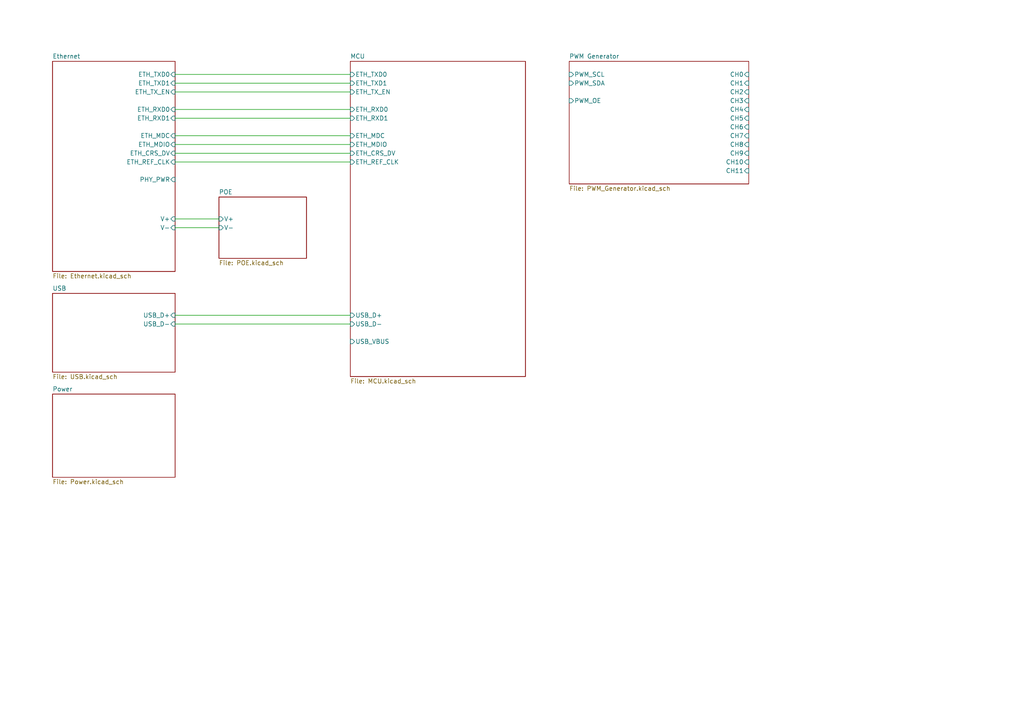
<source format=kicad_sch>
(kicad_sch
	(version 20250114)
	(generator "eeschema")
	(generator_version "9.0")
	(uuid "3b2348ba-8b31-4b25-9d4d-64f66293ce1c")
	(paper "A4")
	(lib_symbols)
	(wire
		(pts
			(xy 50.8 63.5) (xy 63.5 63.5)
		)
		(stroke
			(width 0)
			(type default)
		)
		(uuid "26c6d4fb-f66c-4172-948b-db5a6479be9e")
	)
	(wire
		(pts
			(xy 50.8 91.44) (xy 101.6 91.44)
		)
		(stroke
			(width 0)
			(type default)
		)
		(uuid "2b6f2be8-30e8-429c-b753-f500cb70aca8")
	)
	(wire
		(pts
			(xy 50.8 41.91) (xy 101.6 41.91)
		)
		(stroke
			(width 0)
			(type default)
		)
		(uuid "2e1fb91d-80e9-4c8d-80c5-131ef29a7a8a")
	)
	(wire
		(pts
			(xy 50.8 66.04) (xy 63.5 66.04)
		)
		(stroke
			(width 0)
			(type default)
		)
		(uuid "3bb0b316-90b7-42bb-9db8-0f3a3dca2d94")
	)
	(wire
		(pts
			(xy 50.8 46.99) (xy 101.6 46.99)
		)
		(stroke
			(width 0)
			(type default)
		)
		(uuid "46a7340e-c98e-490d-9ede-84dad2a462da")
	)
	(wire
		(pts
			(xy 50.8 34.29) (xy 101.6 34.29)
		)
		(stroke
			(width 0)
			(type default)
		)
		(uuid "54975b38-35f8-4933-b404-6a20b26867f6")
	)
	(wire
		(pts
			(xy 50.8 26.67) (xy 101.6 26.67)
		)
		(stroke
			(width 0)
			(type default)
		)
		(uuid "7bc3e545-48d9-4734-9521-cf1649b400f1")
	)
	(wire
		(pts
			(xy 50.8 24.13) (xy 101.6 24.13)
		)
		(stroke
			(width 0)
			(type default)
		)
		(uuid "899dc083-bc71-4519-8987-078e4ada863d")
	)
	(wire
		(pts
			(xy 50.8 44.45) (xy 101.6 44.45)
		)
		(stroke
			(width 0)
			(type default)
		)
		(uuid "bd45727a-5ada-4b84-86f4-d9b8626af96c")
	)
	(wire
		(pts
			(xy 50.8 21.59) (xy 101.6 21.59)
		)
		(stroke
			(width 0)
			(type default)
		)
		(uuid "cea45435-7220-4ff2-a44a-ab8c9cd158ef")
	)
	(wire
		(pts
			(xy 50.8 39.37) (xy 101.6 39.37)
		)
		(stroke
			(width 0)
			(type default)
		)
		(uuid "e9e1cfce-071c-4281-80f0-38883de1b656")
	)
	(wire
		(pts
			(xy 50.8 31.75) (xy 101.6 31.75)
		)
		(stroke
			(width 0)
			(type default)
		)
		(uuid "ed79fb77-5816-4df3-8f84-03630f9487da")
	)
	(wire
		(pts
			(xy 50.8 93.98) (xy 101.6 93.98)
		)
		(stroke
			(width 0)
			(type default)
		)
		(uuid "f99c071a-302e-4c9b-831a-150e97bc2228")
	)
	(sheet
		(at 15.24 17.78)
		(size 35.56 60.96)
		(exclude_from_sim no)
		(in_bom yes)
		(on_board yes)
		(dnp no)
		(fields_autoplaced yes)
		(stroke
			(width 0.1524)
			(type solid)
		)
		(fill
			(color 0 0 0 0.0000)
		)
		(uuid "2a9e6674-9de8-493b-8f66-0414afaa2b8f")
		(property "Sheetname" "Ethernet"
			(at 15.24 17.0684 0)
			(effects
				(font
					(size 1.27 1.27)
				)
				(justify left bottom)
			)
		)
		(property "Sheetfile" "Ethernet.kicad_sch"
			(at 15.24 79.3246 0)
			(effects
				(font
					(size 1.27 1.27)
				)
				(justify left top)
			)
		)
		(pin "ETH_CRS_DV" input
			(at 50.8 44.45 0)
			(uuid "e1939a9e-abf0-47cf-bc8e-0c9e5cc2c8a4")
			(effects
				(font
					(size 1.27 1.27)
				)
				(justify right)
			)
		)
		(pin "ETH_MDC" input
			(at 50.8 39.37 0)
			(uuid "dec22bad-02fc-4b7e-b69e-52d8865f6939")
			(effects
				(font
					(size 1.27 1.27)
				)
				(justify right)
			)
		)
		(pin "ETH_MDIO" input
			(at 50.8 41.91 0)
			(uuid "4eb69cd9-b19a-4297-af37-0a7943b5ed8b")
			(effects
				(font
					(size 1.27 1.27)
				)
				(justify right)
			)
		)
		(pin "ETH_REF_CLK" input
			(at 50.8 46.99 0)
			(uuid "4d22f5be-b08b-4ebf-b956-b10c0af10921")
			(effects
				(font
					(size 1.27 1.27)
				)
				(justify right)
			)
		)
		(pin "ETH_RXD0" input
			(at 50.8 31.75 0)
			(uuid "455b816f-d010-493d-aacb-5f603047b7f7")
			(effects
				(font
					(size 1.27 1.27)
				)
				(justify right)
			)
		)
		(pin "ETH_RXD1" input
			(at 50.8 34.29 0)
			(uuid "6cb38330-8103-490a-8af4-dd075fbb7a10")
			(effects
				(font
					(size 1.27 1.27)
				)
				(justify right)
			)
		)
		(pin "ETH_TXD0" input
			(at 50.8 21.59 0)
			(uuid "d3813ce0-f395-49ec-8e15-48513893fa48")
			(effects
				(font
					(size 1.27 1.27)
				)
				(justify right)
			)
		)
		(pin "ETH_TXD1" input
			(at 50.8 24.13 0)
			(uuid "ae799fa6-2b4f-4bd4-a903-2931247072bd")
			(effects
				(font
					(size 1.27 1.27)
				)
				(justify right)
			)
		)
		(pin "ETH_TX_EN" input
			(at 50.8 26.67 0)
			(uuid "09aa3e6c-892f-4e91-bfa9-ccdf3807d369")
			(effects
				(font
					(size 1.27 1.27)
				)
				(justify right)
			)
		)
		(pin "PHY_PWR" input
			(at 50.8 52.07 0)
			(uuid "42f16231-23a3-48fd-8e14-0fc94a9f03e2")
			(effects
				(font
					(size 1.27 1.27)
				)
				(justify right)
			)
		)
		(pin "V-" input
			(at 50.8 66.04 0)
			(uuid "6f711890-d255-4216-8f3f-6f43666bea49")
			(effects
				(font
					(size 1.27 1.27)
				)
				(justify right)
			)
		)
		(pin "V+" input
			(at 50.8 63.5 0)
			(uuid "01499281-c0cb-4782-9e23-95abc81b9403")
			(effects
				(font
					(size 1.27 1.27)
				)
				(justify right)
			)
		)
		(instances
			(project "Fan_Eve_V1.0"
				(path "/3b2348ba-8b31-4b25-9d4d-64f66293ce1c"
					(page "3")
				)
			)
		)
	)
	(sheet
		(at 165.1 17.78)
		(size 52.07 35.56)
		(exclude_from_sim no)
		(in_bom yes)
		(on_board yes)
		(dnp no)
		(fields_autoplaced yes)
		(stroke
			(width 0.1524)
			(type solid)
		)
		(fill
			(color 0 0 0 0.0000)
		)
		(uuid "99c1f9e4-f10a-4b07-87f7-63ddc6306732")
		(property "Sheetname" "PWM Generator"
			(at 165.1 17.0684 0)
			(effects
				(font
					(size 1.27 1.27)
				)
				(justify left bottom)
			)
		)
		(property "Sheetfile" "PWM_Generator.kicad_sch"
			(at 165.1 53.9246 0)
			(effects
				(font
					(size 1.27 1.27)
				)
				(justify left top)
			)
		)
		(pin "CH0" input
			(at 217.17 21.59 0)
			(uuid "df39911e-2a0e-4390-9845-a87d1ad74119")
			(effects
				(font
					(size 1.27 1.27)
				)
				(justify right)
			)
		)
		(pin "CH1" input
			(at 217.17 24.13 0)
			(uuid "4b87062b-3717-472f-b512-63fbb96cd7b9")
			(effects
				(font
					(size 1.27 1.27)
				)
				(justify right)
			)
		)
		(pin "CH2" input
			(at 217.17 26.67 0)
			(uuid "22b7c5d3-1009-473c-bf30-83c65955021d")
			(effects
				(font
					(size 1.27 1.27)
				)
				(justify right)
			)
		)
		(pin "CH3" input
			(at 217.17 29.21 0)
			(uuid "85b6be1b-709f-49db-a094-fdcdd312f96d")
			(effects
				(font
					(size 1.27 1.27)
				)
				(justify right)
			)
		)
		(pin "CH4" input
			(at 217.17 31.75 0)
			(uuid "9228db40-cac9-41ad-baf6-6cd2edc786ca")
			(effects
				(font
					(size 1.27 1.27)
				)
				(justify right)
			)
		)
		(pin "CH5" input
			(at 217.17 34.29 0)
			(uuid "3a94590b-abb4-444f-be39-6b0bd4e29870")
			(effects
				(font
					(size 1.27 1.27)
				)
				(justify right)
			)
		)
		(pin "CH6" input
			(at 217.17 36.83 0)
			(uuid "1aaa3a3a-47fd-4733-a50d-1688b6e46f90")
			(effects
				(font
					(size 1.27 1.27)
				)
				(justify right)
			)
		)
		(pin "CH7" input
			(at 217.17 39.37 0)
			(uuid "6134556f-f375-4777-885d-6d69d91c1bd5")
			(effects
				(font
					(size 1.27 1.27)
				)
				(justify right)
			)
		)
		(pin "CH8" input
			(at 217.17 41.91 0)
			(uuid "9cd12e6a-be89-424c-aeac-40dff69760f7")
			(effects
				(font
					(size 1.27 1.27)
				)
				(justify right)
			)
		)
		(pin "CH9" input
			(at 217.17 44.45 0)
			(uuid "14098855-bc9a-48ab-b1dd-b3fa51aecada")
			(effects
				(font
					(size 1.27 1.27)
				)
				(justify right)
			)
		)
		(pin "CH10" input
			(at 217.17 46.99 0)
			(uuid "d5eb0af0-8db2-4646-b83b-dc51b72fde6e")
			(effects
				(font
					(size 1.27 1.27)
				)
				(justify right)
			)
		)
		(pin "CH11" input
			(at 217.17 49.53 0)
			(uuid "e8309b87-70ca-4685-a5b9-86e03de1c074")
			(effects
				(font
					(size 1.27 1.27)
				)
				(justify right)
			)
		)
		(pin "PWM_OE" input
			(at 165.1 29.21 180)
			(uuid "48a6af1b-8901-4518-ba64-ed431b015ed1")
			(effects
				(font
					(size 1.27 1.27)
				)
				(justify left)
			)
		)
		(pin "PWM_SCL" input
			(at 165.1 21.59 180)
			(uuid "34d84cf3-ffeb-475c-9685-770fbb3bc6af")
			(effects
				(font
					(size 1.27 1.27)
				)
				(justify left)
			)
		)
		(pin "PWM_SDA" input
			(at 165.1 24.13 180)
			(uuid "42c07bf6-1b69-45b6-9a19-a27fc62dedbf")
			(effects
				(font
					(size 1.27 1.27)
				)
				(justify left)
			)
		)
		(instances
			(project "Fan_Eve_V1.0"
				(path "/3b2348ba-8b31-4b25-9d4d-64f66293ce1c"
					(page "7")
				)
			)
		)
	)
	(sheet
		(at 15.24 85.09)
		(size 35.56 22.86)
		(exclude_from_sim no)
		(in_bom yes)
		(on_board yes)
		(dnp no)
		(fields_autoplaced yes)
		(stroke
			(width 0.1524)
			(type solid)
		)
		(fill
			(color 0 0 0 0.0000)
		)
		(uuid "a3f40476-062f-4b6e-a13e-70e6b38ff0d9")
		(property "Sheetname" "USB"
			(at 15.24 84.3784 0)
			(effects
				(font
					(size 1.27 1.27)
				)
				(justify left bottom)
			)
		)
		(property "Sheetfile" "USB.kicad_sch"
			(at 15.24 108.5346 0)
			(effects
				(font
					(size 1.27 1.27)
				)
				(justify left top)
			)
		)
		(pin "USB_D+" input
			(at 50.8 91.44 0)
			(uuid "26c6d216-52e8-47b9-95be-72f59fefbc76")
			(effects
				(font
					(size 1.27 1.27)
				)
				(justify right)
			)
		)
		(pin "USB_D-" input
			(at 50.8 93.98 0)
			(uuid "871c59df-a43b-45ec-944a-6d3095c8eef4")
			(effects
				(font
					(size 1.27 1.27)
				)
				(justify right)
			)
		)
		(instances
			(project "Fan_Eve_V1.0"
				(path "/3b2348ba-8b31-4b25-9d4d-64f66293ce1c"
					(page "5")
				)
			)
		)
	)
	(sheet
		(at 63.5 57.15)
		(size 25.4 17.78)
		(exclude_from_sim no)
		(in_bom yes)
		(on_board yes)
		(dnp no)
		(fields_autoplaced yes)
		(stroke
			(width 0.1524)
			(type solid)
		)
		(fill
			(color 0 0 0 0.0000)
		)
		(uuid "b546f243-98db-442f-ab23-e14401affc25")
		(property "Sheetname" "POE"
			(at 63.5 56.4384 0)
			(effects
				(font
					(size 1.27 1.27)
				)
				(justify left bottom)
			)
		)
		(property "Sheetfile" "POE.kicad_sch"
			(at 63.5 75.5146 0)
			(effects
				(font
					(size 1.27 1.27)
				)
				(justify left top)
			)
		)
		(pin "V+" input
			(at 63.5 63.5 180)
			(uuid "2ef25aef-7706-46c7-8957-51911c0a2931")
			(effects
				(font
					(size 1.27 1.27)
				)
				(justify left)
			)
		)
		(pin "V-" input
			(at 63.5 66.04 180)
			(uuid "72740360-ffbf-49b5-bc98-5e8ce4b3d78d")
			(effects
				(font
					(size 1.27 1.27)
				)
				(justify left)
			)
		)
		(instances
			(project "Fan_Eve_V1.0"
				(path "/3b2348ba-8b31-4b25-9d4d-64f66293ce1c"
					(page "4")
				)
			)
		)
	)
	(sheet
		(at 101.6 17.78)
		(size 50.8 91.44)
		(exclude_from_sim no)
		(in_bom yes)
		(on_board yes)
		(dnp no)
		(fields_autoplaced yes)
		(stroke
			(width 0.1524)
			(type solid)
		)
		(fill
			(color 0 0 0 0.0000)
		)
		(uuid "ea01a141-48de-45b5-8279-9c02551ff125")
		(property "Sheetname" "MCU"
			(at 101.6 17.0684 0)
			(effects
				(font
					(size 1.27 1.27)
				)
				(justify left bottom)
			)
		)
		(property "Sheetfile" "MCU.kicad_sch"
			(at 101.6 109.8046 0)
			(effects
				(font
					(size 1.27 1.27)
				)
				(justify left top)
			)
		)
		(pin "ETH_CRS_DV" input
			(at 101.6 44.45 180)
			(uuid "b368f45d-529e-4c50-ba85-271d7bca92c1")
			(effects
				(font
					(size 1.27 1.27)
				)
				(justify left)
			)
		)
		(pin "ETH_MDC" input
			(at 101.6 39.37 180)
			(uuid "1b8c2ea6-df5f-4212-bd7e-3d4ef37947d4")
			(effects
				(font
					(size 1.27 1.27)
				)
				(justify left)
			)
		)
		(pin "ETH_MDIO" input
			(at 101.6 41.91 180)
			(uuid "f396bbf4-6042-446a-ac5e-0bc7361e6dbe")
			(effects
				(font
					(size 1.27 1.27)
				)
				(justify left)
			)
		)
		(pin "ETH_REF_CLK" input
			(at 101.6 46.99 180)
			(uuid "0b35fd73-f6da-4cad-9eb5-8d1338a52cb0")
			(effects
				(font
					(size 1.27 1.27)
				)
				(justify left)
			)
		)
		(pin "ETH_RXD0" input
			(at 101.6 31.75 180)
			(uuid "f00be28d-931f-4da3-98e4-7fed17c66571")
			(effects
				(font
					(size 1.27 1.27)
				)
				(justify left)
			)
		)
		(pin "ETH_RXD1" input
			(at 101.6 34.29 180)
			(uuid "aaba8784-ce7d-444e-b983-3c28cda80bff")
			(effects
				(font
					(size 1.27 1.27)
				)
				(justify left)
			)
		)
		(pin "ETH_TXD0" input
			(at 101.6 21.59 180)
			(uuid "252673b8-5e3b-40e7-9acb-e5476c3e01ef")
			(effects
				(font
					(size 1.27 1.27)
				)
				(justify left)
			)
		)
		(pin "ETH_TXD1" input
			(at 101.6 24.13 180)
			(uuid "e7b04971-a60e-41a6-b95c-16854de9405e")
			(effects
				(font
					(size 1.27 1.27)
				)
				(justify left)
			)
		)
		(pin "ETH_TX_EN" input
			(at 101.6 26.67 180)
			(uuid "647be3ce-d45b-43b8-bd47-f0c43e92cfa7")
			(effects
				(font
					(size 1.27 1.27)
				)
				(justify left)
			)
		)
		(pin "USB_D+" input
			(at 101.6 91.44 180)
			(uuid "0d247266-6b3f-4cb9-8c44-b4ce2fb4b5a2")
			(effects
				(font
					(size 1.27 1.27)
				)
				(justify left)
			)
		)
		(pin "USB_D-" input
			(at 101.6 93.98 180)
			(uuid "85168f5c-1c52-41af-8366-2a77013cc94d")
			(effects
				(font
					(size 1.27 1.27)
				)
				(justify left)
			)
		)
		(pin "USB_VBUS" input
			(at 101.6 99.06 180)
			(uuid "e3f5f30d-67dd-4101-bbaf-b3d7f76d0634")
			(effects
				(font
					(size 1.27 1.27)
				)
				(justify left)
			)
		)
		(instances
			(project "Fan_Eve_V1.0"
				(path "/3b2348ba-8b31-4b25-9d4d-64f66293ce1c"
					(page "2")
				)
			)
		)
	)
	(sheet
		(at 15.24 114.3)
		(size 35.56 24.13)
		(exclude_from_sim no)
		(in_bom yes)
		(on_board yes)
		(dnp no)
		(fields_autoplaced yes)
		(stroke
			(width 0.1524)
			(type solid)
		)
		(fill
			(color 0 0 0 0.0000)
		)
		(uuid "fb0c9394-3c20-4001-a815-db078aa51265")
		(property "Sheetname" "Power"
			(at 15.24 113.5884 0)
			(effects
				(font
					(size 1.27 1.27)
				)
				(justify left bottom)
			)
		)
		(property "Sheetfile" "Power.kicad_sch"
			(at 15.24 139.0146 0)
			(effects
				(font
					(size 1.27 1.27)
				)
				(justify left top)
			)
		)
		(instances
			(project "Fan_Eve_V1.0"
				(path "/3b2348ba-8b31-4b25-9d4d-64f66293ce1c"
					(page "6")
				)
			)
		)
	)
	(sheet_instances
		(path "/"
			(page "1")
		)
	)
	(embedded_fonts no)
)

</source>
